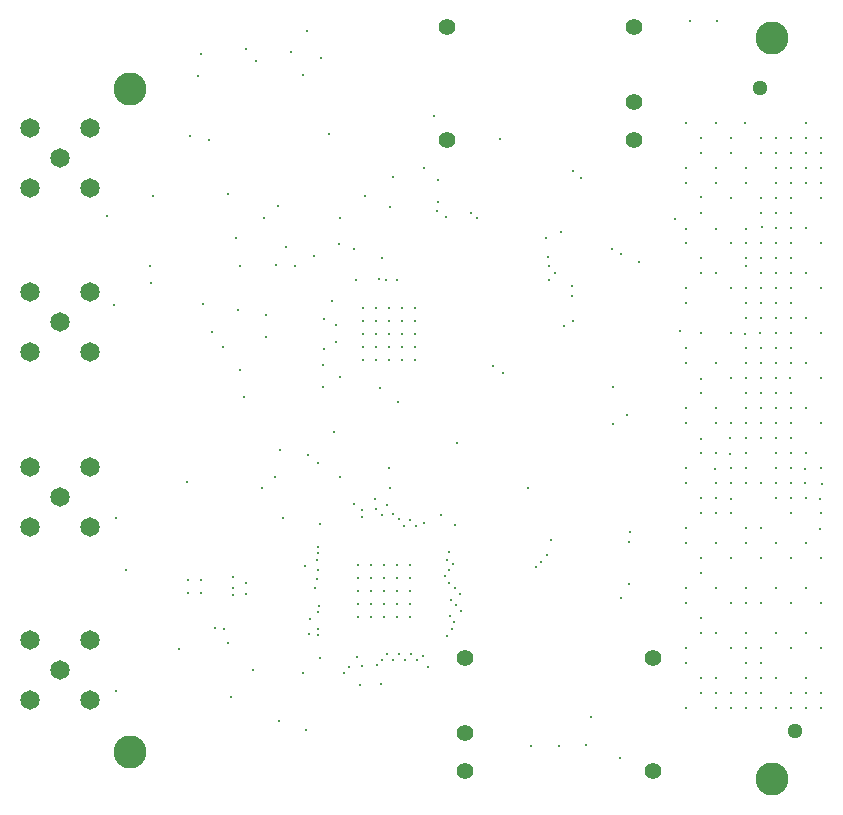
<source format=gbr>
G04 Layer_Color=0*
%FSLAX26Y26*%
%MOIN*%
%TF.FileFunction,Plated,1,10,PTH,Drill*%
%TF.Part,Single*%
G01*
G75*
%TA.AperFunction,ComponentDrill*%
%ADD113C,0.055000*%
%ADD114C,0.110000*%
%ADD115C,0.064961*%
%ADD116C,0.051000*%
%TA.AperFunction,ViaDrill,NotFilled*%
%ADD117C,0.010000*%
%ADD118C,0.007874*%
D113*
X6855000Y8166221D02*
D03*
Y7916221D02*
D03*
Y7791221D02*
D03*
X6230000D02*
D03*
Y8166221D02*
D03*
X6292028Y6062190D02*
D03*
Y5812190D02*
D03*
Y5687190D02*
D03*
X6917028D02*
D03*
Y6062190D02*
D03*
D114*
X5175000Y7960000D02*
D03*
X7315000Y8130000D02*
D03*
Y5660000D02*
D03*
X5175000Y5750000D02*
D03*
D115*
X4940500Y7185000D02*
D03*
X5040500Y7085000D02*
D03*
X4840500D02*
D03*
Y7285000D02*
D03*
X5040500D02*
D03*
X4940500Y7730000D02*
D03*
X5040500Y7630000D02*
D03*
X4840500D02*
D03*
Y7830000D02*
D03*
X5040500D02*
D03*
X4940000Y6025000D02*
D03*
X5040000Y5925000D02*
D03*
X4840000D02*
D03*
Y6125000D02*
D03*
X5040000D02*
D03*
X4940500Y6600000D02*
D03*
X5040500Y6500000D02*
D03*
X4840500D02*
D03*
Y6700000D02*
D03*
X5040500D02*
D03*
D116*
X7275000Y7965000D02*
D03*
X7390000Y5820000D02*
D03*
D117*
X7076000Y7601000D02*
D03*
X7176000Y7746000D02*
D03*
X7126000Y7696000D02*
D03*
X7426000Y7646000D02*
D03*
Y7496000D02*
D03*
Y7346000D02*
D03*
X7226000Y7296000D02*
D03*
X7176000D02*
D03*
X7426000Y7196000D02*
D03*
Y7046000D02*
D03*
X7126000D02*
D03*
X7026000D02*
D03*
X7276000Y6946000D02*
D03*
X7076000D02*
D03*
X7026000Y6896000D02*
D03*
X7126000D02*
D03*
X7226000D02*
D03*
X7326000D02*
D03*
X7426000D02*
D03*
X7126000Y6546000D02*
D03*
X7376000Y6696000D02*
D03*
X7326000Y6746000D02*
D03*
X7276000Y6796000D02*
D03*
X7226000Y6846000D02*
D03*
X7176000D02*
D03*
X7026000D02*
D03*
X7426000Y6746000D02*
D03*
X7276000Y6646000D02*
D03*
X7226000D02*
D03*
X7026000D02*
D03*
X7126000Y6596000D02*
D03*
X7076000D02*
D03*
X7176000Y6546000D02*
D03*
X7376000D02*
D03*
X7477000Y6547000D02*
D03*
X7426000Y6446000D02*
D03*
X7326000D02*
D03*
X7276000Y6496000D02*
D03*
X7226000D02*
D03*
Y6446000D02*
D03*
X7126000D02*
D03*
X7076000Y6547000D02*
D03*
X7026000Y6497000D02*
D03*
Y6446000D02*
D03*
X7076000Y6396000D02*
D03*
Y6346000D02*
D03*
X7176000Y6396000D02*
D03*
X7276000D02*
D03*
X7376000D02*
D03*
X7476000D02*
D03*
X7477000Y6247000D02*
D03*
X7426000Y6296000D02*
D03*
X7326000D02*
D03*
X7376000Y6246000D02*
D03*
X7276000D02*
D03*
X7226000Y6296000D02*
D03*
Y6246000D02*
D03*
X7176000D02*
D03*
X7126000Y6296000D02*
D03*
X7026000D02*
D03*
Y6246000D02*
D03*
X7076000Y6196000D02*
D03*
X7226000Y6146000D02*
D03*
X7426000D02*
D03*
X7326000D02*
D03*
X7276000Y5946000D02*
D03*
X7326000Y5996000D02*
D03*
X7276000D02*
D03*
Y6046000D02*
D03*
X7126000Y6146000D02*
D03*
X7076000D02*
D03*
X7026000Y6096000D02*
D03*
X7426000Y5996000D02*
D03*
X7026000Y6046000D02*
D03*
X7176000Y6096000D02*
D03*
X7226000D02*
D03*
Y6046000D02*
D03*
X7276000Y6096000D02*
D03*
X7376000D02*
D03*
X7476000D02*
D03*
Y5946000D02*
D03*
X7426000D02*
D03*
X7376000D02*
D03*
X7226000Y5996000D02*
D03*
X7126000D02*
D03*
X7076000D02*
D03*
X7026000Y5896000D02*
D03*
X7076000Y5946000D02*
D03*
X7126000Y5896000D02*
D03*
X7176000Y5946000D02*
D03*
X7226000D02*
D03*
X7126000D02*
D03*
X7176000Y5896000D02*
D03*
X7226000D02*
D03*
X7276000D02*
D03*
X7326000D02*
D03*
X7376000D02*
D03*
X7426000D02*
D03*
X7476000D02*
D03*
Y7296000D02*
D03*
X7176000Y6696000D02*
D03*
X7476000D02*
D03*
X7376000Y6846000D02*
D03*
X7476000D02*
D03*
Y6996000D02*
D03*
X7374000Y6998000D02*
D03*
X7176000Y6996000D02*
D03*
X7326000Y7046000D02*
D03*
X7226000D02*
D03*
X7276000Y7246000D02*
D03*
X7326000Y7196000D02*
D03*
X7376000Y7146000D02*
D03*
X7476000D02*
D03*
X7376000Y7296000D02*
D03*
X7126000Y7346000D02*
D03*
X7076000D02*
D03*
Y7396000D02*
D03*
X7376000Y7446000D02*
D03*
X7476000D02*
D03*
X7076000Y7546000D02*
D03*
X7126000Y7646000D02*
D03*
X7176000Y7596000D02*
D03*
X7276000D02*
D03*
X7376000D02*
D03*
X7027000Y7647000D02*
D03*
X7276000Y7746000D02*
D03*
X7326000Y7696000D02*
D03*
X7426000D02*
D03*
X7376000Y7746000D02*
D03*
Y7796000D02*
D03*
X7476000Y7746000D02*
D03*
Y7796000D02*
D03*
X7276000D02*
D03*
X7176000D02*
D03*
X7076000D02*
D03*
X7426000Y7846000D02*
D03*
X7225000Y7847000D02*
D03*
X7126000Y7846000D02*
D03*
X7027000Y7847000D02*
D03*
X7473000Y6493000D02*
D03*
X7125000Y6695000D02*
D03*
X7425000Y6693000D02*
D03*
X7126000Y6647000D02*
D03*
X7479000Y6645000D02*
D03*
X7424000Y6647000D02*
D03*
X7174000Y6744000D02*
D03*
Y6797000D02*
D03*
X7128000Y6847000D02*
D03*
X7326000Y7496000D02*
D03*
X7276000Y7546000D02*
D03*
X7176000Y7446000D02*
D03*
X7026000Y7296000D02*
D03*
X5127000Y5955000D02*
D03*
X5128000Y6531000D02*
D03*
X5456000Y6164000D02*
D03*
X5500000Y6112000D02*
D03*
X5336000Y6092000D02*
D03*
X5363000Y6650000D02*
D03*
X5806000Y6511000D02*
D03*
X5948000Y6037500D02*
D03*
X6007083Y6964862D02*
D03*
X6067636Y6917000D02*
D03*
X5874732Y7001732D02*
D03*
X5855000Y6817000D02*
D03*
X5766000Y6739000D02*
D03*
X5552456Y6934456D02*
D03*
X5770000Y6144000D02*
D03*
X5162000Y6358000D02*
D03*
X5518000Y6297000D02*
D03*
X5487695Y6159695D02*
D03*
X5517618Y6272000D02*
D03*
X5518000Y6333000D02*
D03*
X5613000Y6630000D02*
D03*
X5657864Y6666000D02*
D03*
X5873362Y6666636D02*
D03*
X5799864Y6713000D02*
D03*
X5685000Y6530364D02*
D03*
X6256000Y6506000D02*
D03*
X5808000Y6065000D02*
D03*
X5816775Y6967000D02*
D03*
X5542000Y7025000D02*
D03*
X5627000Y7132000D02*
D03*
X5628315Y7206000D02*
D03*
X6013500Y7397000D02*
D03*
X5874500Y7530000D02*
D03*
X5535000Y7222500D02*
D03*
X7476000Y7596000D02*
D03*
X7326000Y7646000D02*
D03*
X7076000Y6995000D02*
D03*
X7226000Y6696000D02*
D03*
X7026000D02*
D03*
X5562000Y8095000D02*
D03*
X5595500Y8053500D02*
D03*
X5409000Y8078000D02*
D03*
X5401500Y8005000D02*
D03*
X5446364Y7151000D02*
D03*
X5485000Y7101658D02*
D03*
X5120886Y7240000D02*
D03*
X5416000Y7244000D02*
D03*
X5096000Y7536841D02*
D03*
X5240114Y7369000D02*
D03*
X5725000Y7371000D02*
D03*
X5786000Y7402000D02*
D03*
X6042000Y7566000D02*
D03*
X6202000Y7656000D02*
D03*
X6201000Y7583000D02*
D03*
X5919000Y7427000D02*
D03*
X6186513Y7870487D02*
D03*
X6154000Y7697000D02*
D03*
X6052000Y7666000D02*
D03*
X5837000Y7809000D02*
D03*
X5872000Y7443000D02*
D03*
X5375000Y7805000D02*
D03*
X5249000Y7602000D02*
D03*
X5243500Y7313500D02*
D03*
X5751000Y6013000D02*
D03*
X7039000Y8186000D02*
D03*
X7131000Y8187000D02*
D03*
X5928425Y7323126D02*
D03*
X6065000Y7324000D02*
D03*
X5861000Y7115472D02*
D03*
Y7174528D02*
D03*
X5848000Y7253000D02*
D03*
X5819000Y7095000D02*
D03*
Y7194000D02*
D03*
X6027000Y7324000D02*
D03*
X5500000Y7610000D02*
D03*
X5662000Y7372000D02*
D03*
X6264000Y6780000D02*
D03*
X5675000Y6756000D02*
D03*
X7226000Y6996000D02*
D03*
X7326000Y6696000D02*
D03*
X7226000Y6796000D02*
D03*
Y6746000D02*
D03*
X7276000Y6896000D02*
D03*
Y6846000D02*
D03*
X7326000Y6946000D02*
D03*
Y6996000D02*
D03*
X7476000Y7696000D02*
D03*
X7076000Y7146000D02*
D03*
X7226000Y7646000D02*
D03*
Y7696000D02*
D03*
X7026000D02*
D03*
X7276000Y7396000D02*
D03*
X7226000Y7446000D02*
D03*
X6837000Y6310870D02*
D03*
Y6451919D02*
D03*
X6840613Y6483947D02*
D03*
X5941677Y5974000D02*
D03*
X5996500Y6040500D02*
D03*
X6577000Y6456720D02*
D03*
X6810000Y6263000D02*
D03*
X7376000Y6796000D02*
D03*
Y6746000D02*
D03*
X7326000Y6646000D02*
D03*
X7376000D02*
D03*
Y6596000D02*
D03*
X7276000Y7096000D02*
D03*
X7026000D02*
D03*
X7226000Y7246000D02*
D03*
X7376000Y7696000D02*
D03*
X7273000Y7146000D02*
D03*
X7276000Y7196000D02*
D03*
X7176000Y7146000D02*
D03*
X5561000Y6312500D02*
D03*
Y6277500D02*
D03*
X7476000Y7646000D02*
D03*
X7226000Y7196000D02*
D03*
X7223000Y7145000D02*
D03*
X7326000Y7096000D02*
D03*
Y7146000D02*
D03*
X7376000Y7046000D02*
D03*
Y7096000D02*
D03*
X7276000Y7046000D02*
D03*
Y6996000D02*
D03*
X7473000Y6593000D02*
D03*
X7176000D02*
D03*
X7177000Y6647000D02*
D03*
X6528000Y6366000D02*
D03*
X6545207Y6383207D02*
D03*
X6564395Y6407667D02*
D03*
X6500000Y6630000D02*
D03*
X7226000Y6946000D02*
D03*
X7376000Y6896000D02*
D03*
Y6946000D02*
D03*
X7126000Y6746000D02*
D03*
X7076000D02*
D03*
X7077000Y6795000D02*
D03*
X6088000Y6503000D02*
D03*
X5801898Y6159047D02*
D03*
X6237000Y6356685D02*
D03*
X5992396Y6560000D02*
D03*
X6071076Y6527972D02*
D03*
X5803213Y6237787D02*
D03*
X5801898Y6434638D02*
D03*
X5773500Y6194000D02*
D03*
X6241000Y6203000D02*
D03*
X6232193Y6391740D02*
D03*
X5921622Y6576000D02*
D03*
X5791000Y6297000D02*
D03*
X6231000Y6138000D02*
D03*
X6259000Y6239000D02*
D03*
X5796000Y6326000D02*
D03*
X5929000Y6066000D02*
D03*
X6127000Y6504000D02*
D03*
X6050528Y6057268D02*
D03*
X6257787Y6296842D02*
D03*
X5990000Y6593000D02*
D03*
X6149939Y6071000D02*
D03*
X5796000Y6390000D02*
D03*
X5801898Y6355898D02*
D03*
Y6139362D02*
D03*
X6089898Y6057268D02*
D03*
X6237000Y6415740D02*
D03*
X6107000Y6524000D02*
D03*
X6155544Y6512000D02*
D03*
X6254941Y6183000D02*
D03*
X6236000Y6313000D02*
D03*
X6013000Y6540000D02*
D03*
X6070213Y6076458D02*
D03*
X5801898Y6218102D02*
D03*
X6030842Y6573842D02*
D03*
Y6076458D02*
D03*
X6246000Y6159000D02*
D03*
X6052000Y6544000D02*
D03*
X5946000Y6534000D02*
D03*
X5801898Y6414953D02*
D03*
X6109583Y6076458D02*
D03*
X6276000Y6219000D02*
D03*
X6275102Y6277158D02*
D03*
X5947000Y6558334D02*
D03*
X6251394Y6377000D02*
D03*
X6244000Y6258000D02*
D03*
X7226000Y7396000D02*
D03*
X7326000Y7346000D02*
D03*
X7226000Y7096000D02*
D03*
X7026000Y7246000D02*
D03*
X7076000Y7746000D02*
D03*
X6227364Y7533364D02*
D03*
X6784000Y6844000D02*
D03*
X6829000Y6875130D02*
D03*
X7426000Y7746000D02*
D03*
Y7796000D02*
D03*
X7026000Y7446000D02*
D03*
X6779000Y7426000D02*
D03*
X6811000Y7409000D02*
D03*
X6869000Y7385000D02*
D03*
X5957000Y7603000D02*
D03*
X6783000Y6968000D02*
D03*
X7006000Y7155000D02*
D03*
X6209000Y6541000D02*
D03*
X5618921Y7529000D02*
D03*
X5668000Y7570000D02*
D03*
X5527000Y7464624D02*
D03*
X5539000Y7371000D02*
D03*
X5710500Y8085000D02*
D03*
X5765000Y8152000D02*
D03*
X5812000Y8065000D02*
D03*
X7427000Y6597000D02*
D03*
X5509000Y5935000D02*
D03*
X6009953Y5978130D02*
D03*
X6710000Y5867000D02*
D03*
X6605000Y5771500D02*
D03*
X6511000Y5771000D02*
D03*
X6694000Y5773000D02*
D03*
X5585000Y6023000D02*
D03*
X5904130Y6035000D02*
D03*
X5886500Y6013000D02*
D03*
X6224402Y6335342D02*
D03*
X6039000Y6630000D02*
D03*
X5692870Y7433000D02*
D03*
X5437000Y7789000D02*
D03*
X5758000Y6370000D02*
D03*
X5761000Y5823000D02*
D03*
X5816846Y7038886D02*
D03*
X6003000Y7328291D02*
D03*
X7376000Y7646000D02*
D03*
X7227000Y7369000D02*
D03*
X7326000Y6597000D02*
D03*
X6015500Y6056844D02*
D03*
X6036000Y6696000D02*
D03*
X6570000Y7370000D02*
D03*
X7326000Y7446000D02*
D03*
X6568787Y7399000D02*
D03*
X7326000Y7396000D02*
D03*
X6559000Y7464000D02*
D03*
X7376000Y7496000D02*
D03*
X6610000Y7483000D02*
D03*
X7376000Y7546000D02*
D03*
X6198051Y7552000D02*
D03*
X7276000Y7446000D02*
D03*
X7326000Y7546000D02*
D03*
Y7596000D02*
D03*
Y7246000D02*
D03*
X6590000Y7346000D02*
D03*
X7326000Y7296000D02*
D03*
X6570000Y7325000D02*
D03*
X6649000Y7688000D02*
D03*
X7326000Y7746000D02*
D03*
X6678033Y7663033D02*
D03*
X7326000Y7796000D02*
D03*
X6417681Y7015000D02*
D03*
X6384000Y7036000D02*
D03*
X7376000Y7396000D02*
D03*
Y7346000D02*
D03*
X6647000Y7304000D02*
D03*
X7276000Y7296000D02*
D03*
X6648000Y7270000D02*
D03*
X7276000Y7346000D02*
D03*
X6650000Y7188000D02*
D03*
X7376000Y7246000D02*
D03*
X6622000Y7170000D02*
D03*
X7376000Y7196000D02*
D03*
X6330000Y7531000D02*
D03*
X6989000Y7528000D02*
D03*
X7026000Y7495000D02*
D03*
X7126000D02*
D03*
X7226000D02*
D03*
X7279000Y7499000D02*
D03*
X6309000Y7548000D02*
D03*
X7326000Y6796000D02*
D03*
Y6846000D02*
D03*
X6130000Y6056000D02*
D03*
X6806000Y5731750D02*
D03*
X6168000Y6032000D02*
D03*
X5670000Y5852000D02*
D03*
X6406000Y7792000D02*
D03*
D118*
X5749000Y8006000D02*
D03*
X6123307Y7231614D02*
D03*
Y7188307D02*
D03*
Y7145000D02*
D03*
Y7101693D02*
D03*
Y7058386D02*
D03*
X6080000Y7231614D02*
D03*
Y7188307D02*
D03*
Y7145000D02*
D03*
Y7101693D02*
D03*
Y7058386D02*
D03*
X6036693Y7231614D02*
D03*
Y7188307D02*
D03*
Y7145000D02*
D03*
Y7101693D02*
D03*
Y7058386D02*
D03*
X5993386Y7231614D02*
D03*
Y7188307D02*
D03*
Y7145000D02*
D03*
Y7101693D02*
D03*
Y7058386D02*
D03*
X5950079Y7231614D02*
D03*
Y7188307D02*
D03*
Y7145000D02*
D03*
Y7101693D02*
D03*
Y7058386D02*
D03*
X5366559Y6324362D02*
D03*
X5409866D02*
D03*
X5366559Y6281055D02*
D03*
X5409866D02*
D03*
X6107614Y6373614D02*
D03*
X6021000D02*
D03*
X6064307D02*
D03*
X5934386Y6200386D02*
D03*
Y6243693D02*
D03*
Y6287000D02*
D03*
Y6330307D02*
D03*
Y6373614D02*
D03*
X5977693Y6200386D02*
D03*
Y6243693D02*
D03*
Y6287000D02*
D03*
Y6330307D02*
D03*
Y6373614D02*
D03*
X6021000Y6200386D02*
D03*
Y6243693D02*
D03*
Y6287000D02*
D03*
Y6330307D02*
D03*
X6064307Y6200386D02*
D03*
Y6243693D02*
D03*
Y6287000D02*
D03*
Y6330307D02*
D03*
X6107614Y6200386D02*
D03*
Y6243693D02*
D03*
Y6287000D02*
D03*
Y6330307D02*
D03*
%TF.MD5,E58167B1D23755E2FB63DCAF6A5A2BCE*%
M02*

</source>
